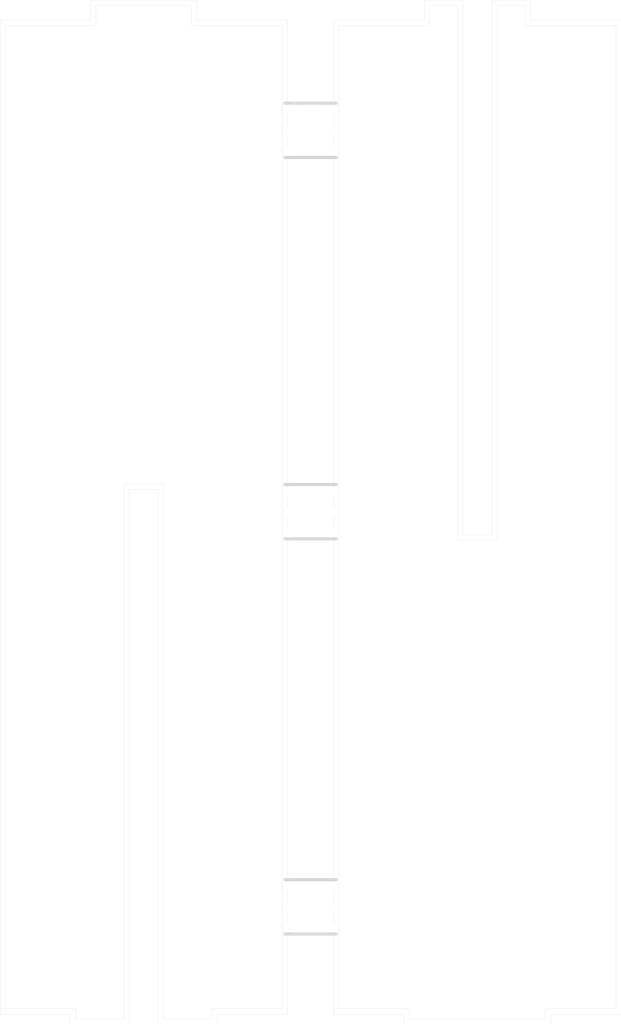
<source format=kicad_pcb>
(kicad_pcb (version 4) (host pcbnew 4.0.7)

  (general
    (links 0)
    (no_connects 0)
    (area 0 0 0 0)
    (thickness 1.6)
    (drawings 6)
    (tracks 0)
    (zones 0)
    (modules 5)
    (nets 1)
  )

  (page A4)
  (layers
    (0 F.Cu signal)
    (31 B.Cu signal)
    (32 B.Adhes user)
    (33 F.Adhes user)
    (34 B.Paste user)
    (35 F.Paste user)
    (36 B.SilkS user)
    (37 F.SilkS user)
    (38 B.Mask user)
    (39 F.Mask user)
    (40 Dwgs.User user)
    (41 Cmts.User user)
    (42 Eco1.User user)
    (43 Eco2.User user)
    (44 Edge.Cuts user)
    (45 Margin user)
    (46 B.CrtYd user)
    (47 F.CrtYd user)
    (48 B.Fab user)
    (49 F.Fab user)
  )

  (setup
    (last_trace_width 0.25)
    (trace_clearance 0.2)
    (zone_clearance 0.508)
    (zone_45_only no)
    (trace_min 0.2)
    (segment_width 0.2)
    (edge_width 0.15)
    (via_size 0.6)
    (via_drill 0.4)
    (via_min_size 0.4)
    (via_min_drill 0.3)
    (uvia_size 0.3)
    (uvia_drill 0.1)
    (uvias_allowed no)
    (uvia_min_size 0.2)
    (uvia_min_drill 0.1)
    (pcb_text_width 0.3)
    (pcb_text_size 1.5 1.5)
    (mod_edge_width 0.15)
    (mod_text_size 1 1)
    (mod_text_width 0.15)
    (pad_size 1.524 1.524)
    (pad_drill 0.762)
    (pad_to_mask_clearance 0.2)
    (aux_axis_origin 0 0)
    (visible_elements FFFFFF7F)
    (pcbplotparams
      (layerselection 0x00030_80000001)
      (usegerberextensions false)
      (excludeedgelayer true)
      (linewidth 0.100000)
      (plotframeref false)
      (viasonmask false)
      (mode 1)
      (useauxorigin false)
      (hpglpennumber 1)
      (hpglpenspeed 20)
      (hpglpendiameter 15)
      (hpglpenoverlay 2)
      (psnegative false)
      (psa4output false)
      (plotreference true)
      (plotvalue true)
      (plotinvisibletext false)
      (padsonsilk false)
      (subtractmaskfromsilk false)
      (outputformat 1)
      (mirror false)
      (drillshape 1)
      (scaleselection 1)
      (outputdirectory ""))
  )

  (net 0 "")

  (net_class Default "This is the default net class."
    (clearance 0.2)
    (trace_width 0.25)
    (via_dia 0.6)
    (via_drill 0.4)
    (uvia_dia 0.3)
    (uvia_drill 0.1)
  )

  (module AACell-Footprint:MouseBites (layer F.Cu) (tedit 5AEF24FD) (tstamp 5B245722)
    (at 113.0554 71.628)
    (fp_text reference REF** (at 0 1 90) (layer F.Fab) hide
      (effects (font (size 0.508 0.508) (thickness 0.0254)))
    )
    (fp_text value MouseBites (at 0 -2.25 90) (layer F.Fab) hide
      (effects (font (size 0.508 0.508) (thickness 0.0254)))
    )
    (pad "" np_thru_hole circle (at -1.016 -1.016) (size 0.508 0.508) (drill 0.508) (layers *.Cu))
    (pad 2 np_thru_hole circle (at 1.016 -1.016) (size 0.508 0.508) (drill 0.508) (layers *.Cu))
    (pad 3 np_thru_hole circle (at -1.016 0) (size 0.508 0.508) (drill 0.508) (layers *.Cu))
    (pad 4 np_thru_hole circle (at 1.016 0) (size 0.508 0.508) (drill 0.508) (layers *.Cu))
    (pad 5 np_thru_hole circle (at -1.016 1.016) (size 0.508 0.508) (drill 0.508) (layers *.Cu))
    (pad 6 np_thru_hole circle (at 1.016 1.016) (size 0.508 0.508) (drill 0.508) (layers *.Cu))
  )

  (module AACell-Footprint:MouseBites (layer F.Cu) (tedit 5AEF24FD) (tstamp 5B2456F6)
    (at 113.0554 91.186)
    (fp_text reference REF** (at 0 1 90) (layer F.Fab) hide
      (effects (font (size 0.508 0.508) (thickness 0.0254)))
    )
    (fp_text value MouseBites (at 0 -2.25 90) (layer F.Fab) hide
      (effects (font (size 0.508 0.508) (thickness 0.0254)))
    )
    (pad "" np_thru_hole circle (at -1.016 -1.016) (size 0.508 0.508) (drill 0.508) (layers *.Cu))
    (pad 2 np_thru_hole circle (at 1.016 -1.016) (size 0.508 0.508) (drill 0.508) (layers *.Cu))
    (pad 3 np_thru_hole circle (at -1.016 0) (size 0.508 0.508) (drill 0.508) (layers *.Cu))
    (pad 4 np_thru_hole circle (at 1.016 0) (size 0.508 0.508) (drill 0.508) (layers *.Cu))
    (pad 5 np_thru_hole circle (at -1.016 1.016) (size 0.508 0.508) (drill 0.508) (layers *.Cu))
    (pad 6 np_thru_hole circle (at 1.016 1.016) (size 0.508 0.508) (drill 0.508) (layers *.Cu))
  )

  (module AACell-Footprint:AACell-Slot-Bottom (layer F.Cu) (tedit 0) (tstamp 5B129F22)
    (at 104.775 71.628)
    (fp_text reference CB*** (at 0 0) (layer Eco1.User) hide
      (effects (font (thickness 0.3)))
    )
    (fp_text value LOGO (at 0.75 0) (layer Eco1.User) hide
      (effects (font (thickness 0.3)))
    )
    (fp_poly (pts (xy 2.6416 -24.384) (xy 7.1374 -24.384) (xy 7.1374 24.892) (xy 3.6576 24.892)
      (xy 3.6576 25.3746) (xy 0.7366 25.3746) (xy 0.7366 -1.1176) (xy -0.7112 -1.1176)
      (xy -0.7112 25.3746) (xy -3.6322 25.3746) (xy -3.6322 24.892) (xy -7.112 24.892)
      (xy -7.112 -24.1046) (xy -6.858 -24.1046) (xy -6.858 24.6126) (xy -3.3528 24.6126)
      (xy -3.3528 25.1206) (xy -0.9652 25.1206) (xy -0.9652 -1.397) (xy 0.9906 -1.397)
      (xy 0.9906 25.1206) (xy 3.3782 25.1206) (xy 3.3782 24.6126) (xy 6.8834 24.6126)
      (xy 6.8834 -24.1046) (xy 2.3876 -24.1046) (xy 2.3876 -25.1206) (xy -2.3622 -25.1206)
      (xy -2.3622 -24.1046) (xy -6.858 -24.1046) (xy -7.112 -24.1046) (xy -7.112 -24.384)
      (xy -2.6162 -24.384) (xy -2.6162 -25.3746) (xy 2.6416 -25.3746) (xy 2.6416 -24.384)) (layer Edge.Cuts) (width 0.01))
  )

  (module AACell-Footprint:AACell-Slot-Top (layer F.Cu) (tedit 0) (tstamp 5B1B7B23)
    (at 121.3358 71.628)
    (fp_text reference CT*** (at 0 0) (layer Eco1.User) hide
      (effects (font (thickness 0.3)))
    )
    (fp_text value LOGO (at 0.75 0) (layer Eco1.User) hide
      (effects (font (thickness 0.3)))
    )
    (fp_poly (pts (xy -0.7112 1.1176) (xy 0.7366 1.1176) (xy 0.7366 -25.3746) (xy 2.6416 -25.3746)
      (xy 2.6416 -24.384) (xy 7.1374 -24.384) (xy 7.1374 24.892) (xy 3.6576 24.892)
      (xy 3.6576 25.3746) (xy -3.6322 25.3746) (xy -3.6322 24.892) (xy -7.112 24.892)
      (xy -7.112 -24.1046) (xy -6.858 -24.1046) (xy -6.858 24.6126) (xy -3.3528 24.6126)
      (xy -3.3528 25.1206) (xy 3.3782 25.1206) (xy 3.3782 24.6126) (xy 6.8834 24.6126)
      (xy 6.8834 -24.1046) (xy 2.3876 -24.1046) (xy 2.3876 -25.1206) (xy 0.9906 -25.1206)
      (xy 0.9906 1.397) (xy -0.9652 1.397) (xy -0.9652 -25.1206) (xy -2.3622 -25.1206)
      (xy -2.3622 -24.1046) (xy -6.858 -24.1046) (xy -7.112 -24.1046) (xy -7.112 -24.384)
      (xy -2.6162 -24.384) (xy -2.6162 -25.3746) (xy -0.7112 -25.3746) (xy -0.7112 1.1176)) (layer Edge.Cuts) (width 0.01))
  )

  (module AACell-Footprint:MouseBites (layer F.Cu) (tedit 5AEF24FD) (tstamp 5B2455FD)
    (at 113.0554 52.705)
    (fp_text reference REF** (at 0 1 90) (layer F.Fab) hide
      (effects (font (size 0.508 0.508) (thickness 0.0254)))
    )
    (fp_text value MouseBites (at 0 -2.25 90) (layer F.Fab) hide
      (effects (font (size 0.508 0.508) (thickness 0.0254)))
    )
    (pad "" np_thru_hole circle (at -1.016 -1.016) (size 0.508 0.508) (drill 0.508) (layers *.Cu))
    (pad 2 np_thru_hole circle (at 1.016 -1.016) (size 0.508 0.508) (drill 0.508) (layers *.Cu))
    (pad 3 np_thru_hole circle (at -1.016 0) (size 0.508 0.508) (drill 0.508) (layers *.Cu))
    (pad 4 np_thru_hole circle (at 1.016 0) (size 0.508 0.508) (drill 0.508) (layers *.Cu))
    (pad 5 np_thru_hole circle (at -1.016 1.016) (size 0.508 0.508) (drill 0.508) (layers *.Cu))
    (pad 6 np_thru_hole circle (at 1.016 1.016) (size 0.508 0.508) (drill 0.508) (layers *.Cu))
  )

  (gr_line (start 111.7854 72.9488) (end 114.3508 72.9488) (layer Edge.Cuts) (width 0.15) (tstamp 5B245721))
  (gr_line (start 111.7854 70.2564) (end 114.3508 70.2564) (layer Edge.Cuts) (width 0.15) (tstamp 5B245720))
  (gr_line (start 111.7854 89.8398) (end 114.3508 89.8398) (layer Edge.Cuts) (width 0.15) (tstamp 5B2456F5))
  (gr_line (start 111.7854 92.5322) (end 114.3508 92.5322) (layer Edge.Cuts) (width 0.15) (tstamp 5B2456F4))
  (gr_line (start 111.7854 54.0512) (end 114.3508 54.0512) (layer Edge.Cuts) (width 0.15) (tstamp 5B2456DC))
  (gr_line (start 111.7854 51.3588) (end 114.3508 51.3588) (layer Edge.Cuts) (width 0.15))

)

</source>
